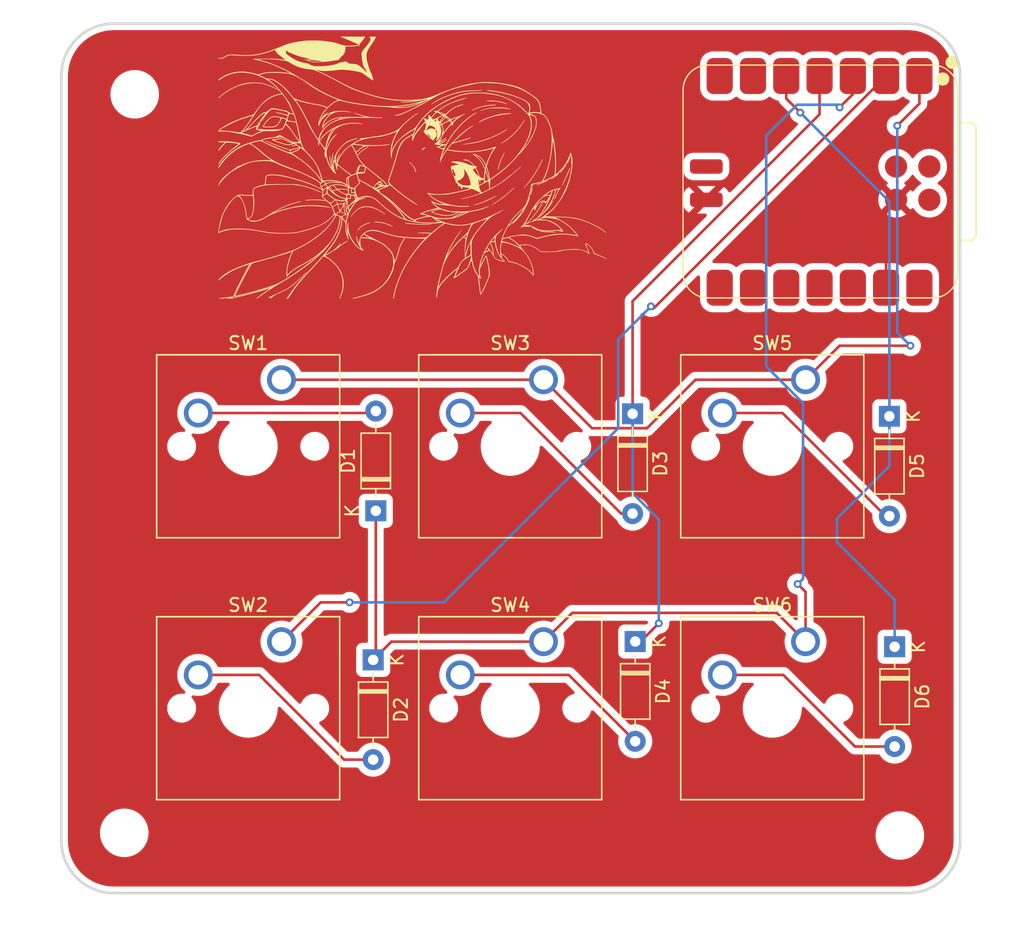
<source format=kicad_pcb>
(kicad_pcb (version 20241229) (generator "pcbnew") (generator_version "9.0")
  (layers (0 "F.Cu" signal) (2 "B.Cu" signal) (13 "F.Paste" user) (15 "B.Paste" user) (5 "F.SilkS" user "F.Silkscreen") (7 "B.SilkS" user "B.Silkscreen") (1 "F.Mask" user) (3 "B.Mask" user) (25 "Edge.Cuts" user))
  (net 0 "")
  (net 1 "ROW 1")
  (net 2 "Net-(D1-A)")
  (net 3 "Net-(D2-A)")
  (net 4 "ROW 2")
  (net 5 "Net-(D3-A)")
  (net 6 "Net-(D4-A)")
  (net 7 "ROW 3")
  (net 8 "Net-(D5-A)")
  (net 9 "Net-(D6-A)")
  (net 10 "COL 1")
  (net 11 "COL 2")
  (net 14 "GND")
  (footprint "LOGO" (layer "F.Cu") (at 60 33.8 -90)
    (property "Reference" "G***" (hide yes))
    (property "Value" "LOGO" (hide yes))
  )
  (footprint "Button_Switch_Keyboard:SW_Cherry_MX_1.00u_PCB" (layer "F.Cu") (at 70 70)
    (property "Reference" "SW4" (at -2.54 -2.794 0) (layer "F.SilkS"))
    (property "Value" "SW_Push")
    (pad "" np_thru_hole circle (at -7.62 5.08) (size 1.7 1.7) (drill 1.7) (layers "*.Cu" "*.Mask"))
    (pad "" np_thru_hole circle (at -2.54 5.08) (size 4 4) (drill 4) (layers "*.Cu" "*.Mask"))
    (pad "" np_thru_hole circle (at 2.54 5.08) (size 1.7 1.7) (drill 1.7) (layers "*.Cu" "*.Mask"))
    (pad "1" thru_hole circle (at 0 0) (size 2.2 2.2) (drill 1.5) (layers "*.Cu" "*.Mask") (net 1 "ROW 1"))
    (pad "2" thru_hole circle (at -6.35 2.54) (size 2.2 2.2) (drill 1.5) (layers "*.Cu" "*.Mask") (net 6 "Net-(D4-A)"))
  )
  (footprint "Button_Switch_Keyboard:SW_Cherry_MX_1.00u_PCB" (layer "F.Cu") (at 50 50)
    (property "Reference" "SW1" (at -2.54 -2.794 0) (layer "F.SilkS"))
    (property "Value" "SW_Push")
    (pad "" np_thru_hole circle (at -7.62 5.08) (size 1.7 1.7) (drill 1.7) (layers "*.Cu" "*.Mask"))
    (pad "" np_thru_hole circle (at -2.54 5.08) (size 4 4) (drill 4) (layers "*.Cu" "*.Mask"))
    (pad "" np_thru_hole circle (at 2.54 5.08) (size 1.7 1.7) (drill 1.7) (layers "*.Cu" "*.Mask"))
    (pad "1" thru_hole circle (at 0 0) (size 2.2 2.2) (drill 1.5) (layers "*.Cu" "*.Mask") (net 10 "COL 1"))
    (pad "2" thru_hole circle (at -6.35 2.54) (size 2.2 2.2) (drill 1.5) (layers "*.Cu" "*.Mask") (net 2 "Net-(D1-A)"))
  )
  (footprint "Diode_THT:D_DO-35_SOD27_P7.62mm_Horizontal" (layer "F.Cu") (at 57 71.39 -90)
    (property "Reference" "D2" (at 3.81 -2.12 90) (layer "F.SilkS"))
    (property "Value" "1N4148")
    (fp_text user "K" (at 0 -1.8 90) (layer "F.SilkS"))
    (pad "1" thru_hole rect (at 0 0 270) (size 1.6 1.6) (drill 0.8) (layers "*.Cu" "*.Mask") (net 1 "ROW 1"))
    (pad "2" thru_hole oval (at 7.62 0 270) (size 1.6 1.6) (drill 0.8) (layers "*.Cu" "*.Mask") (net 3 "Net-(D2-A)"))
  )
  (footprint "Button_Switch_Keyboard:SW_Cherry_MX_1.00u_PCB" (layer "F.Cu") (at 90 50)
    (property "Reference" "SW5" (at -2.54 -2.794 0) (layer "F.SilkS"))
    (property "Value" "SW_Push")
    (pad "" np_thru_hole circle (at -7.62 5.08) (size 1.7 1.7) (drill 1.7) (layers "*.Cu" "*.Mask"))
    (pad "" np_thru_hole circle (at -2.54 5.08) (size 4 4) (drill 4) (layers "*.Cu" "*.Mask"))
    (pad "" np_thru_hole circle (at 2.54 5.08) (size 1.7 1.7) (drill 1.7) (layers "*.Cu" "*.Mask"))
    (pad "1" thru_hole circle (at 0 0) (size 2.2 2.2) (drill 1.5) (layers "*.Cu" "*.Mask") (net 10 "COL 1"))
    (pad "2" thru_hole circle (at -6.35 2.54) (size 2.2 2.2) (drill 1.5) (layers "*.Cu" "*.Mask") (net 8 "Net-(D5-A)"))
  )
  (footprint "Button_Switch_Keyboard:SW_Cherry_MX_1.00u_PCB" (layer "F.Cu") (at 50 70)
    (property "Reference" "SW2" (at -2.54 -2.794 0) (layer "F.SilkS"))
    (property "Value" "SW_Push")
    (pad "" np_thru_hole circle (at -7.62 5.08) (size 1.7 1.7) (drill 1.7) (layers "*.Cu" "*.Mask"))
    (pad "" np_thru_hole circle (at -2.54 5.08) (size 4 4) (drill 4) (layers "*.Cu" "*.Mask"))
    (pad "" np_thru_hole circle (at 2.54 5.08) (size 1.7 1.7) (drill 1.7) (layers "*.Cu" "*.Mask"))
    (pad "1" thru_hole circle (at 0 0) (size 2.2 2.2) (drill 1.5) (layers "*.Cu" "*.Mask") (net 11 "COL 2"))
    (pad "2" thru_hole circle (at -6.35 2.54) (size 2.2 2.2) (drill 1.5) (layers "*.Cu" "*.Mask") (net 3 "Net-(D2-A)"))
  )
  (footprint "Diode_THT:D_DO-35_SOD27_P7.62mm_Horizontal" (layer "F.Cu") (at 77 69.99 -90)
    (property "Reference" "D4" (at 3.81 -2.12 90) (layer "F.SilkS"))
    (property "Value" "1N4148")
    (fp_text user "K" (at 0 -1.8 90) (layer "F.SilkS"))
    (pad "1" thru_hole rect (at 0 0 270) (size 1.6 1.6) (drill 0.8) (layers "*.Cu" "*.Mask") (net 4 "ROW 2"))
    (pad "2" thru_hole oval (at 7.62 0 270) (size 1.6 1.6) (drill 0.8) (layers "*.Cu" "*.Mask") (net 6 "Net-(D4-A)"))
  )
  (footprint "MountingHole:MountingHole_3.2mm_M3" (layer "F.Cu") (at 97.2 84.8)
    (property "Reference" "REF**" (hide yes))
    (property "Value" "MountingHole_3.2mm_M3")
    (pad "" np_thru_hole circle (at 0 0) (size 3.2 3.2) (drill 3.2) (layers "*.Cu" "*.Mask"))
  )
  (footprint "Button_Switch_Keyboard:SW_Cherry_MX_1.00u_PCB" (layer "F.Cu") (at 70 50)
    (property "Reference" "SW3" (at -2.54 -2.794 0) (layer "F.SilkS"))
    (property "Value" "SW_Push")
    (pad "" np_thru_hole circle (at -7.62 5.08) (size 1.7 1.7) (drill 1.7) (layers "*.Cu" "*.Mask"))
    (pad "" np_thru_hole circle (at -2.54 5.08) (size 4 4) (drill 4) (layers "*.Cu" "*.Mask"))
    (pad "" np_thru_hole circle (at 2.54 5.08) (size 1.7 1.7) (drill 1.7) (layers "*.Cu" "*.Mask"))
    (pad "1" thru_hole circle (at 0 0) (size 2.2 2.2) (drill 1.5) (layers "*.Cu" "*.Mask") (net 10 "COL 1"))
    (pad "2" thru_hole circle (at -6.35 2.54) (size 2.2 2.2) (drill 1.5) (layers "*.Cu" "*.Mask") (net 5 "Net-(D3-A)"))
  )
  (footprint "Diode_THT:D_DO-35_SOD27_P7.62mm_Horizontal" (layer "F.Cu") (at 57.2 60.01 90)
    (property "Reference" "D1" (at 3.81 -2.12 90) (layer "F.SilkS"))
    (property "Value" "1N4148")
    (fp_text user "K" (at 0 -1.8 90) (layer "F.SilkS"))
    (pad "1" thru_hole rect (at 0 0 90) (size 1.6 1.6) (drill 0.8) (layers "*.Cu" "*.Mask") (net 1 "ROW 1"))
    (pad "2" thru_hole oval (at 7.62 0 90) (size 1.6 1.6) (drill 0.8) (layers "*.Cu" "*.Mask") (net 2 "Net-(D1-A)"))
  )
  (footprint "MountingHole:MountingHole_3.2mm_M3" (layer "F.Cu") (at 38 84.6)
    (property "Reference" "REF**" (hide yes))
    (property "Value" "MountingHole_3.2mm_M3")
    (pad "" np_thru_hole circle (at 0 0) (size 3.2 3.2) (drill 3.2) (layers "*.Cu" "*.Mask"))
  )
  (footprint "Button_Switch_Keyboard:SW_Cherry_MX_1.00u_PCB" (layer "F.Cu") (at 90 70)
    (property "Reference" "SW6" (at -2.54 -2.794 0) (layer "F.SilkS"))
    (property "Value" "SW_Push")
    (pad "" np_thru_hole circle (at -7.62 5.08) (size 1.7 1.7) (drill 1.7) (layers "*.Cu" "*.Mask"))
    (pad "" np_thru_hole circle (at -2.54 5.08) (size 4 4) (drill 4) (layers "*.Cu" "*.Mask"))
    (pad "" np_thru_hole circle (at 2.54 5.08) (size 1.7 1.7) (drill 1.7) (layers "*.Cu" "*.Mask"))
    (pad "1" thru_hole circle (at 0 0) (size 2.2 2.2) (drill 1.5) (layers "*.Cu" "*.Mask") (net 1 "ROW 1"))
    (pad "2" thru_hole circle (at -6.35 2.54) (size 2.2 2.2) (drill 1.5) (layers "*.Cu" "*.Mask") (net 9 "Net-(D6-A)"))
  )
  (footprint "footprints:XIAO_rp2040_SMD" (layer "F.Cu") (at 91.06975 34.8045 -90)
    (property "Reference" "U1" (hide yes))
    (property "Value" "XIAO-RP2040-SMD" (hide yes))
    (pad "1" smd roundrect (at -8 -7.62 270) (size 2.75 2) (layers "F.Cu" "F.Mask" "F.Paste") (net 10 "COL 1"))
    (pad "2" smd roundrect (at -8 -5.08 270) (size 2.75 2) (layers "F.Cu" "F.Mask" "F.Paste") (net 11 "COL 2"))
    (pad "3" smd roundrect (at -8 -2.54 270) (size 2.75 2) (layers "F.Cu" "F.Mask" "F.Paste") (net 1 "ROW 1"))
    (pad "4" smd roundrect (at -8 0 270) (size 2.75 2) (layers "F.Cu" "F.Mask" "F.Paste") (net 4 "ROW 2"))
    (pad "5" smd roundrect (at -8 2.54 270) (size 2.75 2) (layers "F.Cu" "F.Mask" "F.Paste") (net 7 "ROW 3"))
    (pad "6" smd roundrect (at -8 5.08 270) (size 2.75 2) (layers "F.Cu" "F.Mask" "F.Paste"))
    (pad "7" smd roundrect (at -8 7.62 270) (size 2.75 2) (layers "F.Cu" "F.Mask" "F.Paste"))
    (pad "8" smd roundrect (at 8.165 7.62 270) (size 2.75 2) (layers "F.Cu" "F.Mask" "F.Paste"))
    (pad "9" smd roundrect (at 8.165 5.08 270) (size 2.75 2) (layers "F.Cu" "F.Mask" "F.Paste"))
    (pad "10" smd roundrect (at 8.165 2.54 270) (size 2.75 2) (layers "F.Cu" "F.Mask" "F.Paste"))
    (pad "11" smd roundrect (at 8.165 0 270) (size 2.75 2) (layers "F.Cu" "F.Mask" "F.Paste"))
    (pad "12" smd roundrect (at 8.165 -2.54 270) (size 2.75 2) (layers "F.Cu" "F.Mask" "F.Paste"))
    (pad "13" smd roundrect (at 8.165 -5.08 270) (size 2.75 2) (layers "F.Cu" "F.Mask" "F.Paste") (net 14 "GND"))
    (pad "14" smd roundrect (at 8.165 -7.62 270) (size 2.75 2) (layers "F.Cu" "F.Mask" "F.Paste"))
    (pad "15" smd roundrect (at -1.088 8.64 180) (size 2.5 1.1) (layers "F.Cu" "F.Mask" "F.Paste"))
    (pad "16" smd roundrect (at 1.452 8.64 180) (size 2.5 1.1) (layers "F.Cu" "F.Mask" "F.Paste") (net 14 "GND"))
    (pad "17" smd circle (at -1.088 -8.378 270) (size 1.7 1.7) (layers "F.Cu" "F.Mask" "F.Paste"))
    (pad "18" smd circle (at 1.452 -8.378 270) (size 1.7 1.7) (layers "F.Cu" "F.Mask" "F.Paste"))
    (pad "19" smd circle (at -1.088 -5.838 270) (size 1.7 1.7) (layers "F.Cu" "F.Mask" "F.Paste"))
    (pad "20" smd circle (at 1.452 -5.838 270) (size 1.7 1.7) (layers "F.Cu" "F.Mask" "F.Paste") (net 14 "GND"))
  )
  (footprint "Diode_THT:D_DO-35_SOD27_P7.62mm_Horizontal" (layer "F.Cu") (at 96.4 52.79 -90)
    (property "Reference" "D5" (at 3.81 -2.12 90) (layer "F.SilkS"))
    (property "Value" "1N4148")
    (fp_text user "K" (at 0 -1.8 90) (layer "F.SilkS"))
    (pad "1" thru_hole rect (at 0 0 270) (size 1.6 1.6) (drill 0.8) (layers "*.Cu" "*.Mask") (net 7 "ROW 3"))
    (pad "2" thru_hole oval (at 7.62 0 270) (size 1.6 1.6) (drill 0.8) (layers "*.Cu" "*.Mask") (net 8 "Net-(D5-A)"))
  )
  (footprint "MountingHole:MountingHole_3.2mm_M3" (layer "F.Cu") (at 38.8 28.2)
    (property "Reference" "REF**" (hide yes))
    (property "Value" "MountingHole_3.2mm_M3")
    (pad "" np_thru_hole circle (at 0 0) (size 3.2 3.2) (drill 3.2) (layers "*.Cu" "*.Mask"))
  )
  (footprint "Diode_THT:D_DO-35_SOD27_P7.62mm_Horizontal" (layer "F.Cu") (at 96.8 70.39 -90)
    (property "Reference" "D6" (at 3.81 -2.12 90) (layer "F.SilkS"))
    (property "Value" "1N4148")
    (fp_text user "K" (at 0 -1.8 90) (layer "F.SilkS"))
    (pad "1" thru_hole rect (at 0 0 270) (size 1.6 1.6) (drill 0.8) (layers "*.Cu" "*.Mask") (net 7 "ROW 3"))
    (pad "2" thru_hole oval (at 7.62 0 270) (size 1.6 1.6) (drill 0.8) (layers "*.Cu" "*.Mask") (net 9 "Net-(D6-A)"))
  )
  (footprint "Diode_THT:D_DO-35_SOD27_P7.62mm_Horizontal" (layer "F.Cu") (at 76.8 52.6 -90)
    (property "Reference" "D3" (at 3.81 -2.12 90) (layer "F.SilkS"))
    (property "Value" "1N4148")
    (fp_text user "K" (at 0 -1.8 90) (layer "F.SilkS"))
    (pad "1" thru_hole rect (at 0 0 270) (size 1.6 1.6) (drill 0.8) (layers "*.Cu" "*.Mask") (net 4 "ROW 2"))
    (pad "2" thru_hole oval (at 7.62 0 270) (size 1.6 1.6) (drill 0.8) (layers "*.Cu" "*.Mask") (net 5 "Net-(D3-A)"))
  )
  (gr_arc (start 101.8 85.2) (mid 100.628427 88.028427) (end 97.8 89.2) (stroke (width 0.2)) (layer "Edge.Cuts"))
  (gr_arc (start 97.8 22.8) (mid 100.628427 23.971573) (end 101.8 26.8) (stroke (width 0.2)) (layer "Edge.Cuts"))
  (gr_line (start 37.2 22.8) (end 97.8 22.8) (stroke (width 0.2)) (layer "Edge.Cuts"))
  (gr_line (start 97.8 89.2) (end 37.2 89.2) (stroke (width 0.2)) (layer "Edge.Cuts"))
  (gr_line (start 101.8 26.8) (end 101.8 85.2) (stroke (width 0.2)) (layer "Edge.Cuts"))
  (gr_arc (start 37.2 89.2) (mid 34.371573 88.028427) (end 33.2 85.2) (stroke (width 0.2)) (layer "Edge.Cuts"))
  (gr_line (start 33.2 85.2) (end 33.2 26.8) (stroke (width 0.2)) (layer "Edge.Cuts"))
  (gr_arc (start 33.2 26.8) (mid 34.371573 23.971573) (end 37.2 22.8) (stroke (width 0.2)) (layer "Edge.Cuts"))
  (segment (start 58.39 70) (end 70 70) (width 0.2) (layer "F.Cu") (net 1))
  (segment (start 93.60975 26.8045) (end 93.60975 28.19025) (width 0.2) (layer "F.Cu") (net 1))
  (segment (start 57.2 71.19) (end 57 71.39) (width 0.2) (layer "F.Cu") (net 1))
  (segment (start 90 70) (end 90 66.2) (width 0.2) (layer "F.Cu") (net 1))
  (segment (start 90 66.2) (end 89.4 65.6) (width 0.2) (layer "F.Cu") (net 1))
  (segment (start 72.2 67.8) (end 70 70) (width 0.2) (layer "F.Cu") (net 1))
  (segment (start 87.8 67.8) (end 72.2 67.8) (width 0.2) (layer "F.Cu") (net 1))
  (segment (start 57 71.39) (end 58.39 70) (width 0.2) (layer "F.Cu") (net 1))
  (segment (start 93.60975 28.19025) (end 92.6 29.2) (width 0.2) (layer "F.Cu") (net 1))
  (segment (start 90 70) (end 87.8 67.8) (width 0.2) (layer "F.Cu") (net 1))
  (segment (start 57.2 60.01) (end 57.2 71.19) (width 0.2) (layer "F.Cu") (net 1))
  (via (at 92.6 29.2) (size 0.6) (drill 0.3) (layers "F.Cu" "B.Cu") (net 1))
  (via (at 89.4 65.6) (size 0.6) (drill 0.3) (layers "F.Cu" "B.Cu") (net 1))
  (segment (start 92.399 28.999) (end 89.351057 28.999) (width 0.2) (layer "B.Cu") (net 1))
  (segment (start 86.999 31.351057) (end 86.999 48.980314) (width 0.2) (layer "B.Cu") (net 1))
  (segment (start 89.4 65.6) (end 89.811 65.189) (width 0.2) (layer "B.Cu") (net 1))
  (segment (start 89.351057 28.999) (end 86.999 31.351057) (width 0.2) (layer "B.Cu") (net 1))
  (segment (start 92.6 29.2) (end 92.399 28.999) (width 0.2) (layer "B.Cu") (net 1))
  (segment (start 89.811 51.792314) (end 86.999 48.980314) (width 0.2) (layer "B.Cu") (net 1))
  (segment (start 89.811 65.189) (end 89.811 51.792314) (width 0.2) (layer "B.Cu") (net 1))
  (segment (start 43.65 52.54) (end 57.05 52.54) (width 0.2) (layer "F.Cu") (net 2))
  (segment (start 57.05 52.54) (end 57.2 52.39) (width 0.2) (layer "F.Cu") (net 2))
  (segment (start 57 79.01) (end 54.77153 79.01) (width 0.2) (layer "F.Cu") (net 3))
  (segment (start 54.77153 79.01) (end 48.30153 72.54) (width 0.2) (layer "F.Cu") (net 3))
  (segment (start 48.30153 72.54) (end 43.65 72.54) (width 0.2) (layer "F.Cu") (net 3))
  (segment (start 91.06975 26.8045) (end 91.06975 29.73025) (width 0.2) (layer "F.Cu") (net 4))
  (segment (start 77.41 69.99) (end 78.8 68.6) (width 0.2) (layer "F.Cu") (net 4))
  (segment (start 77 69.99) (end 77.41 69.99) (width 0.2) (layer "F.Cu") (net 4))
  (segment (start 76.8 44) (end 76.8 52.6) (width 0.2) (layer "F.Cu") (net 4))
  (segment (start 91.06975 29.73025) (end 76.8 44) (width 0.2) (layer "F.Cu") (net 4))
  (via (at 78.8 68.6) (size 0.6) (drill 0.3) (layers "F.Cu" "B.Cu") (net 4))
  (segment (start 78.8 60.66295) (end 76.8 58.66295) (width 0.2) (layer "B.Cu") (net 4))
  (segment (start 78.8 68.6) (end 78.8 60.66295) (width 0.2) (layer "B.Cu") (net 4))
  (segment (start 76.8 58.66295) (end 76.8 52.6) (width 0.2) (layer "B.Cu") (net 4))
  (segment (start 68.244816 52.54) (end 63.65 52.54) (width 0.2) (layer "F.Cu") (net 5))
  (segment (start 76.8 60.22) (end 75.924816 60.22) (width 0.2) (layer "F.Cu") (net 5))
  (segment (start 75.924816 60.22) (end 68.244816 52.54) (width 0.2) (layer "F.Cu") (net 5))
  (segment (start 71.93 72.54) (end 77 77.61) (width 0.2) (layer "F.Cu") (net 6))
  (segment (start 63.65 72.54) (end 71.93 72.54) (width 0.2) (layer "F.Cu") (net 6))
  (segment (start 88.52975 26.8045) (end 88.52975 28.52975) (width 0.2) (layer "F.Cu") (net 7))
  (segment (start 88.52975 28.52975) (end 89.6 29.6) (width 0.2) (layer "F.Cu") (net 7))
  (via (at 89.6 29.6) (size 0.6) (drill 0.3) (layers "F.Cu" "B.Cu") (net 7))
  (segment (start 96.4 36.4) (end 96.4 52.79) (width 0.2) (layer "B.Cu") (net 7))
  (segment (start 96.4 56.6) (end 96.4 52.79) (width 0.2) (layer "B.Cu") (net 7))
  (segment (start 92.4 60.6) (end 92.4 62.4) (width 0.2) (layer "B.Cu") (net 7))
  (segment (start 92.4 62.4) (end 96.8 66.8) (width 0.2) (layer "B.Cu") (net 7))
  (segment (start 89.6 29.6) (end 96.4 36.4) (width 0.2) (layer "B.Cu") (net 7))
  (segment (start 96.8 70.39) (end 96.8 66.8) (width 0.2) (layer "B.Cu") (net 7))
  (segment (start 96.4 56.6) (end 92.4 60.6) (width 0.2) (layer "B.Cu") (net 7))
  (segment (start 96.4 60.41) (end 96.114816 60.41) (width 0.2) (layer "F.Cu") (net 8))
  (segment (start 96.114816 60.41) (end 88.244816 52.54) (width 0.2) (layer "F.Cu") (net 8))
  (segment (start 88.244816 52.54) (end 83.65 52.54) (width 0.2) (layer "F.Cu") (net 8))
  (segment (start 83.65 72.54) (end 88.30153 72.54) (width 0.2) (layer "F.Cu") (net 9))
  (segment (start 93.77153 78.01) (end 96.8 78.01) (width 0.2) (layer "F.Cu") (net 9))
  (segment (start 88.30153 72.54) (end 93.77153 78.01) (width 0.2) (layer "F.Cu") (net 9))
  (segment (start 98.68975 28.91025) (end 97 30.6) (width 0.2) (layer "F.Cu") (net 10))
  (segment (start 98 47.4) (end 92.6 47.4) (width 0.2) (layer "F.Cu") (net 10))
  (segment (start 77.901 53.701) (end 73.701 53.701) (width 0.2) (layer "F.Cu") (net 10))
  (segment (start 50 50) (end 70 50) (width 0.2) (layer "F.Cu") (net 10))
  (segment (start 92.6 47.4) (end 90 50) (width 0.2) (layer "F.Cu") (net 10))
  (segment (start 73.701 53.701) (end 70 50) (width 0.2) (layer "F.Cu") (net 10))
  (segment (start 81.602 50) (end 77.901 53.701) (width 0.2) (layer "F.Cu") (net 10))
  (segment (start 98.68975 26.8045) (end 98.68975 28.91025) (width 0.2) (layer "F.Cu") (net 10))
  (segment (start 90 50) (end 81.602 50) (width 0.2) (layer "F.Cu") (net 10))
  (via (at 98 47.4) (size 0.6) (drill 0.3) (layers "F.Cu" "B.Cu") (net 10))
  (via (at 97 30.6) (size 0.6) (drill 0.3) (layers "F.Cu" "B.Cu") (net 10))
  (segment (start 97 46.4) (end 98 47.4) (width 0.2) (layer "B.Cu") (net 10))
  (segment (start 97 30.6) (end 97 46.4) (width 0.2) (layer "B.Cu") (net 10))
  (segment (start 78.35425 44.55425) (end 78.2 44.4) (width 0.2) (layer "F.Cu") (net 11))
  (segment (start 78.4 44.55425) (end 78.35425 44.55425) (width 0.2) (layer "F.Cu") (net 11))
  (segment (start 53 67) (end 55.2 67) (width 0.2) (layer "F.Cu") (net 11))
  (segment (start 96.14975 26.8045) (end 78.4 44.55425) (width 0.2) (layer "F.Cu") (net 11))
  (segment (start 50 70) (end 53 67) (width 0.2) (layer "F.Cu") (net 11))
  (via (at 78.2 44.4) (size 0.6) (drill 0.3) (layers "F.Cu" "B.Cu") (net 11))
  (via (at 55.2 67) (size 0.6) (drill 0.3) (layers "F.Cu" "B.Cu") (net 11))
  (segment (start 55.2 67) (end 62.4 67) (width 0.2) (layer "B.Cu") (net 11))
  (segment (start 62.4 67) (end 75.699 53.701) (width 0.2) (layer "B.Cu") (net 11))
  (segment (start 75.699 53.701) (end 75.699 46.901) (width 0.2) (layer "B.Cu") (net 11))
  (segment (start 78.2 44.4) (end 75.699 46.901) (width 0.2) (layer "B.Cu") (net 11))
  (segment (start 96.14975 42.9695) (end 96.14975 37.0145) (width 0.2) (layer "F.Cu") (net 14))
  (segment (start 96.14975 37.0145) (end 96.90775 36.2565) (width 0.2) (layer "F.Cu") (net 14))
  (zone (net 14) (net_name "GND") (layers "F.Cu" "B.Cu") (connect_pads (clearance 0.5)) (min_thickness 0.25) (fill yes (thermal_gap 0.5) (thermal_bridge_width 0.5))
    (polygon (pts (xy 31.4 21) (xy 104.4 21.6) (xy 103.8 91.8) (xy 31.4 91.6)))
  )
)
</source>
